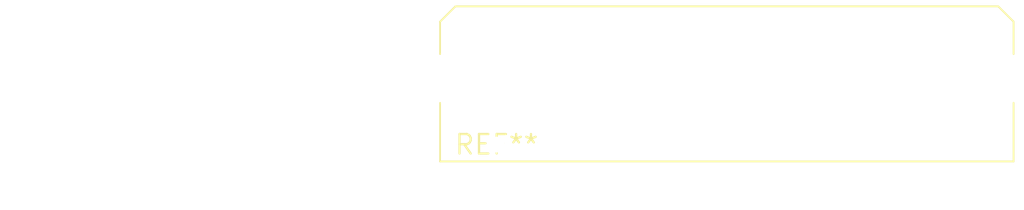
<source format=kicad_pcb>
(kicad_pcb (version 20240108) (generator pcbnew)
  (layers (0 "F.Cu" signal) (31 "B.Cu" signal) (34 "B.Paste" user) (35 "F.Paste" user) (36 "B.SilkS" user "B.Silkscreen") (37 "F.SilkS" user "F.Silkscreen") (38 "B.Mask" user) (39 "F.Mask" user) (44 "Edge.Cuts" user))
  (net 0 "")
  (footprint "Molex_Micro-Fit_3.0_43045-2221_2x11-1MP_P3.00mm_Horizontal" (layer "F.Cu") (at 0 0)
    (property "Reference" "REF**")
    (property "Value" "Molex_Micro-Fit_3.0_43045-2221_2x11-1MP_P3.00mm_Horizontal")
    (fp_line (start -3.685 -8.03) (end -2.685 -9.03) (layer "F.SilkS") (stroke (width 0.12)))
    (fp_line (start -3.685 -5.915) (end -3.685 -8.03) (layer "F.SilkS") (stroke (width 0.12)))
    (fp_line (start -3.685 -2.725) (end -3.685 1.1) (layer "F.SilkS") (stroke (width 0.12)))
    (fp_line (start -3.685 1.1) (end 33.685 1.1) (layer "F.SilkS") (stroke (width 0.12)))
    (fp_line (start -2.685 -9.03) (end 32.685 -9.03) (layer "F.SilkS") (stroke (width 0.12)))
    (fp_line (start 32.685 -9.03) (end 33.685 -8.03) (layer "F.SilkS") (stroke (width 0.12)))
    (fp_line (start 33.685 -8.03) (end 33.685 -5.915) (layer "F.SilkS") (stroke (width 0.12)))
    (fp_line (start 33.685 1.1) (end 33.685 -2.725) (layer "F.SilkS") (stroke (width 0.12)))
    (pad "1" thru_hole roundrect (at 0 0) (size 1.5 1.5) (drill 1.02) (layers *.Cu *.Mask) (remove_unused_layers) (roundrect_rratio 0.166667))
    (pad "2" thru_hole circle (at 3 0) (size 1.5 1.5) (drill 1.02) (layers *.Cu *.Mask) (remove_unused_layers))
    (pad "3" thru_hole circle (at 6 0) (size 1.5 1.5) (drill 1.02) (layers *.Cu *.Mask) (remove_unused_layers))
    (pad "4" thru_hole circle (at 9 0) (size 1.5 1.5) (drill 1.02) (layers *.Cu *.Mask) (remove_unused_layers))
    (pad "5" thru_hole circle (at 12 0) (size 1.5 1.5) (drill 1.02) (layers *.Cu *.Mask) (remove_unused_layers))
    (pad "6" thru_hole circle (at 15 0) (size 1.5 1.5) (drill 1.02) (layers *.Cu *.Mask) (remove_unused_layers))
    (pad "7" thru_hole circle (at 18 0) (size 1.5 1.5) (drill 1.02) (layers *.Cu *.Mask) (remove_unused_layers))
    (pad "8" thru_hole circle (at 21 0) (size 1.5 1.5) (drill 1.02) (layers *.Cu *.Mask) (remove_unused_layers))
    (pad "9" thru_hole circle (at 24 0) (size 1.5 1.5) (drill 1.02) (layers *.Cu *.Mask) (remove_unused_layers))
    (pad "10" thru_hole circle (at 27 0) (size 1.5 1.5) (drill 1.02) (layers *.Cu *.Mask) (remove_unused_layers))
    (pad "11" thru_hole circle (at 30 0) (size 1.5 1.5) (drill 1.02) (layers *.Cu *.Mask) (remove_unused_layers))
    (pad "12" thru_hole circle (at 0 3) (size 1.5 1.5) (drill 1.02) (layers *.Cu *.Mask) (remove_unused_layers))
    (pad "13" thru_hole circle (at 3 3) (size 1.5 1.5) (drill 1.02) (layers *.Cu *.Mask) (remove_unused_layers))
    (pad "14" thru_hole circle (at 6 3) (size 1.5 1.5) (drill 1.02) (layers *.Cu *.Mask) (remove_unused_layers))
    (pad "15" thru_hole circle (at 9 3) (size 1.5 1.5) (drill 1.02) (layers *.Cu *.Mask) (remove_unused_layers))
    (pad "16" thru_hole circle (at 12 3) (size 1.5 1.5) (drill 1.02) (layers *.Cu *.Mask) (remove_unused_layers))
    (pad "17" thru_hole circle (at 15 3) (size 1.5 1.5) (drill 1.02) (layers *.Cu *.Mask) (remove_unused_layers))
    (pad "18" thru_hole circle (at 18 3) (size 1.5 1.5) (drill 1.02) (layers *.Cu *.Mask) (remove_unused_layers))
    (pad "19" thru_hole circle (at 21 3) (size 1.5 1.5) (drill 1.02) (layers *.Cu *.Mask) (remove_unused_layers))
    (pad "20" thru_hole circle (at 24 3) (size 1.5 1.5) (drill 1.02) (layers *.Cu *.Mask) (remove_unused_layers))
    (pad "21" thru_hole circle (at 27 3) (size 1.5 1.5) (drill 1.02) (layers *.Cu *.Mask) (remove_unused_layers))
    (pad "22" thru_hole circle (at 30 3) (size 1.5 1.5) (drill 1.02) (layers *.Cu *.Mask) (remove_unused_layers))
    (pad "MP" thru_hole circle (at -2.15 -4.32) (size 3.41 3.41) (drill 2.41) (layers *.Cu *.Mask) (remove_unused_layers))
    (pad "MP" thru_hole circle (at 32.15 -4.32) (size 3.41 3.41) (drill 2.41) (layers *.Cu *.Mask) (remove_unused_layers))
  )
)
</source>
